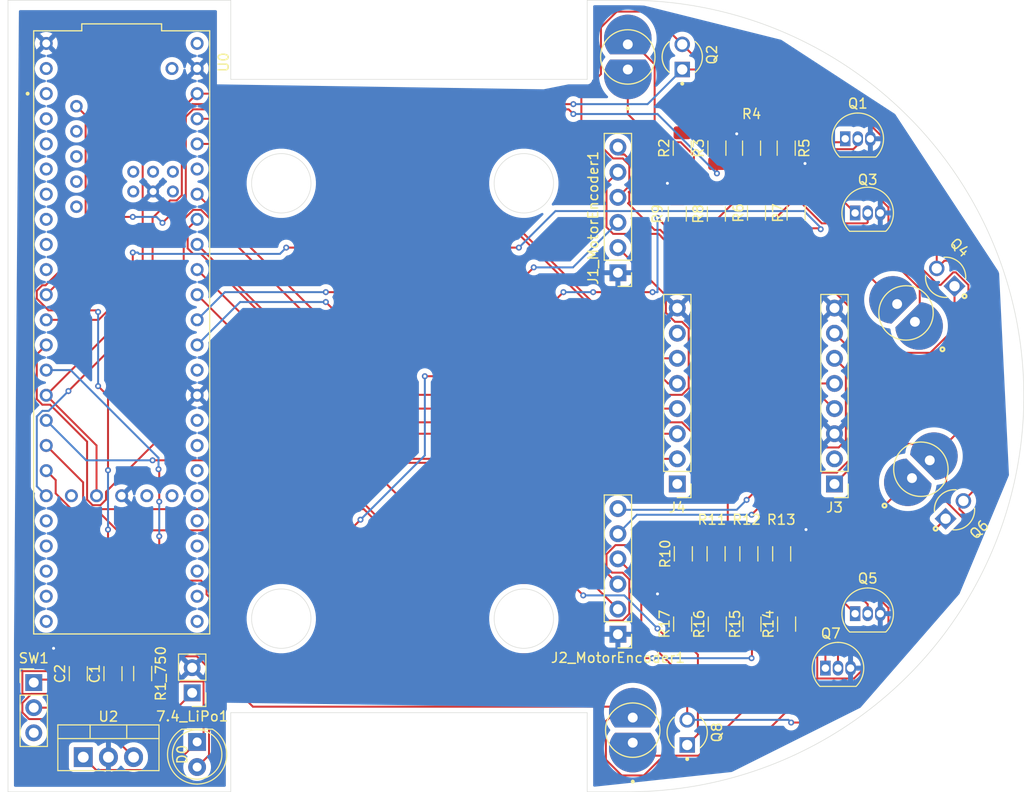
<source format=kicad_pcb>
(kicad_pcb (version 20241229) (generator "pcbnew") (generator_version "9.0")
  (layers (0 "F.Cu" signal) (2 "B.Cu" signal) (13 "F.Paste" user) (15 "B.Paste" user) (5 "F.SilkS" user "F.Silkscreen") (7 "B.SilkS" user "B.Silkscreen") (1 "F.Mask" user) (3 "B.Mask" user) (25 "Edge.Cuts" user))
  (net 0 "")
  (net 1 "GND")
  (net 2 "5V")
  (net 3 "Net-(D0-A)")
  (net 4 "Net-(D1-PadC)")
  (net 5 "Net-(D2-PadC)")
  (net 6 "Net-(D3-PadC)")
  (net 7 "Net-(D4-PadC)")
  (net 8 "Signal M1_B")
  (net 9 "M1_B")
  (net 10 "3.3V")
  (net 11 "M1_A")
  (net 12 "Signal M1_A")
  (net 13 "M2_A")
  (net 14 "Signal M2_A")
  (net 15 "M2_B")
  (net 16 "Signal M2_B")
  (net 18 "PWM M1_A")
  (net 20 "PWM M2_A")
  (net 22 "STBY")
  (net 23 "PWM M1_B")
  (net 24 "PWM M2_B")
  (net 25 "Net-(Q1-G)")
  (net 26 "Net-(Q1-D)")
  (net 27 "Receiver 1")
  (net 28 "Net-(Q3-D)")
  (net 29 "Net-(Q3-G)")
  (net 30 "Receiver 2")
  (net 31 "Net-(Q5-G)")
  (net 32 "Net-(Q5-D)")
  (net 33 "Receiver 3")
  (net 34 "Net-(Q7-G)")
  (net 35 "Net-(Q7-D)")
  (net 36 "Receiver 4")
  (net 37 "Net-(SW1-A)")
  (net 38 "Emitter 1")
  (net 39 "Emitter 2")
  (net 40 "Emitter 3")
  (net 41 "Emitter 4")
  (net 82 "Net-(7.4_LiPo1-+)")
  (net 83 "7.4V")
  (footprint "Resistor_SMD:R_1206_3216Metric_Pad1.30x1.75mm_HandSolder" (layer "F.Cu") (at 104 42.6 90)
    (property "Reference" "R9")
    (property "Value" "R_US")
  )
  (footprint "Connector_PinHeader_2.54mm:PinHeader_1x06_P2.54mm_Vertical" (layer "F.Cu") (at 98 85.08 180)
    (property "Reference" "J2_MotorEncoder1")
    (property "Value" "Conn_01x06")
  )
  (footprint "SFH_4545:DIO_SFH_4545" (layer "F.Cu") (at 99 26.73 90)
    (property "Reference" "D1" (hide yes))
    (property "Value" "SFH_4545")
  )
  (footprint "SFH_4545:DIO_SFH_4545" (layer "F.Cu") (at 127.101974 52.601974 135)
    (property "Reference" "D2" (hide yes))
    (property "Value" "SFH_4545")
  )
  (footprint "Capacitor_SMD:C_1206_3216Metric_Pad1.33x1.80mm_HandSolder" (layer "F.Cu") (at 47 89.0625 90)
    (property "Reference" "C1")
    (property "Value" "C 0.22uF")
  )
  (footprint "Resistor_SMD:R_1206_3216Metric_Pad1.30x1.75mm_HandSolder" (layer "F.Cu") (at 107.95 42.6 90)
    (property "Reference" "R8")
    (property "Value" "R_US")
  )
  (footprint "SFH_4545:DIO_SFH_4545" (layer "F.Cu") (at 99.5 94.77 90)
    (property "Reference" "D4" (hide yes))
    (property "Value" "SFH_4545")
  )
  (footprint "Resistor_SMD:R_1206_3216Metric_Pad1.30x1.75mm_HandSolder" (layer "F.Cu") (at 50 89.05 -90)
    (property "Reference" "R1_750")
    (property "Value" "R_US")
  )
  (footprint "Resistor_SMD:R_1206_3216Metric_Pad1.30x1.75mm_HandSolder" (layer "F.Cu") (at 111.5 35.95 90)
    (property "Reference" "R4")
    (property "Value" "R_US")
  )
  (footprint "Package_TO_SOT_THT:TO-92_Inline" (layer "F.Cu") (at 121.96 42.5)
    (property "Reference" "Q3")
    (property "Value" "BS170")
  )
  (footprint "Connector_PinHeader_2.54mm:PinHeader_1x08_P2.54mm_Vertical" (layer "F.Cu") (at 119.875 69.89 180)
    (property "Reference" "J3")
    (property "Value" "Conn_01x08")
  )
  (footprint "Resistor_SMD:R_1206_3216Metric_Pad1.30x1.75mm_HandSolder" (layer "F.Cu") (at 112 42.5 90)
    (property "Reference" "R6")
    (property "Value" "R_US")
  )
  (footprint "Package_TO_SOT_THT:TO-92_Inline" (layer "F.Cu") (at 118.96 88.5)
    (property "Reference" "Q7")
    (property "Value" "BS170")
  )
  (footprint "Resistor_SMD:R_1206_3216Metric_Pad1.30x1.75mm_HandSolder" (layer "F.Cu") (at 108.04 84.05 90)
    (property "Reference" "R16")
    (property "Value" "R_US")
  )
  (footprint "Package_TO_SOT_THT:TO-92_Inline" (layer "F.Cu") (at 121.96 83)
    (property "Reference" "Q5")
    (property "Value" "BS170")
  )
  (footprint "Resistor_SMD:R_1206_3216Metric_Pad1.30x1.75mm_HandSolder" (layer "F.Cu") (at 111.54 84.05 90)
    (property "Reference" "R15")
    (property "Value" "R_US")
  )
  (footprint "TEFT4300:XDCR_TEFT4300" (layer "F.Cu") (at 105 95 90)
    (property "Reference" "Q8")
    (property "Value" "TEFT4300")
  )
  (footprint "Package_TO_SOT_THT:TO-220-3_Vertical" (layer "F.Cu") (at 44 97.5)
    (property "Reference" "U2")
    (property "Value" "L7805")
  )
  (footprint "Resistor_SMD:R_1206_3216Metric_Pad1.30x1.75mm_HandSolder" (layer "F.Cu") (at 115 35.95 -90)
    (property "Reference" "R5")
    (property "Value" "R_US")
  )
  (footprint "Connector_PinHeader_2.54mm:PinHeader_1x06_P2.54mm_Vertical" (layer "F.Cu") (at 98 48.54 180)
    (property "Reference" "J1_MotorEncoder1")
    (property "Value" "Conn_01x06")
  )
  (footprint "Resistor_SMD:R_1206_3216Metric_Pad1.30x1.75mm_HandSolder" (layer "F.Cu") (at 111.23 76.95 90)
    (property "Reference" "R12")
    (property "Value" "R_US")
  )
  (footprint "Resistor_SMD:R_1206_3216Metric_Pad1.30x1.75mm_HandSolder" (layer "F.Cu") (at 115.04 84.05 90)
    (property "Reference" "R14")
    (property "Value" "R_US")
  )
  (footprint "LED_THT:LED_D5.0mm" (layer "F.Cu") (at 55.5 95.96 -90)
    (property "Reference" "D0")
    (property "Value" "LED")
  )
  (footprint "SFH_4545:DIO_SFH_4545" (layer "F.Cu") (at 128.601974 68.398026 45)
    (property "Reference" "D3" (hide yes))
    (property "Value" "SFH_4545")
  )
  (footprint "Package_TO_SOT_THT:TO-92_Inline" (layer "F.Cu") (at 120.96 35)
    (property "Reference" "Q1")
    (property "Value" "BS170")
  )
  (footprint "Resistor_SMD:R_1206_3216Metric_Pad1.30x1.75mm_HandSolder" (layer "F.Cu") (at 104.61 76.95 90)
    (property "Reference" "R10")
    (property "Value" "R_US")
  )
  (footprint "Resistor_SMD:R_1206_3216Metric_Pad1.30x1.75mm_HandSolder" (layer "F.Cu") (at 114.54 76.95 90)
    (property "Reference" "R13")
    (property "Value" "R_US")
  )
  (footprint "Connector_PinHeader_2.54mm:PinHeader_1x03_P2.54mm_Vertical" (layer "F.Cu") (at 39 89.96)
    (property "Reference" "SW1")
    (property "Value" "SW_SPDT")
  )
  (footprint "Connector_PinHeader_2.54mm:PinHeader_1x02_P2.54mm_Vertical" (layer "F.Cu") (at 55 91 180)
    (property "Reference" "7.4_LiPo1")
    (property "Value" "Battery")
  )
  (footprint "Resistor_SMD:R_1206_3216Metric_Pad1.30x1.75mm_HandSolder" (layer "F.Cu") (at 108 35.95 90)
    (property "Reference" "R3")
    (property "Value" "R_US")
  )
  (footprint "TEFT4300:XDCR_TEFT4300" (layer "F.Cu") (at 131.101974 49 135)
    (property "Reference" "Q4")
    (property "Value" "TEFT4300")
  )
  (footprint "Capacitor_SMD:C_1206_3216Metric_Pad1.33x1.80mm_HandSolder" (layer "F.Cu") (at 43.5 89.0625 90)
    (property "Reference" "C2")
    (property "Value" "C 0.1uF")
  )
  (footprint "DEV-16771:MODULE_DEV-16771" (layer "F.Cu") (at 47.88 54.57 -90)
    (property "Reference" "U0")
    (property "Value" "Teensy 4.1")
  )
  (footprint "TEFT4300:XDCR_TEFT4300" (layer "F.Cu") (at 104.5 26.73 90)
    (property "Reference" "Q2")
    (property "Value" "TEFT4300")
  )
  (footprint "Resistor_SMD:R_1206_3216Metric_Pad1.30x1.75mm_HandSolder" (layer "F.Cu") (at 116 42.5 90)
    (property "Reference" "R7")
    (property "Value" "R_US")
  )
  (footprint "Connector_PinHeader_2.54mm:PinHeader_1x08_P2.54mm_Vertical" (layer "F.Cu") (at 104 69.89 180)
    (property "Reference" "J4")
    (property "Value" "Conn_01x08")
  )
  (footprint "Resistor_SMD:R_1206_3216Metric_Pad1.30x1.75mm_HandSolder" (layer "F.Cu") (at 104.5 35.95 90)
    (property "Reference" "R2")
    (property "Value" "R_US")
  )
  (footprint "Resistor_SMD:R_1206_3216Metric_Pad1.30x1.75mm_HandSolder" (layer "F.Cu") (at 107.92 76.95 90)
    (property "Reference" "R11")
    (property "Value" "R_US")
  )
  (footprint "TEFT4300:XDCR_TEFT4300" (layer "F.Cu") (at 132 72.5 45)
    (property "Reference" "Q6")
    (property "Value" "TEFT4300")
  )
  (footprint "Resistor_SMD:R_1206_3216Metric_Pad1.30x1.75mm_HandSolder" (layer "F.Cu") (at 104.54 84.05 90)
    (property "Reference" "R17")
    (property "Value" "R_US")
  )
  (gr_line (start 58.9 101) (end 58.9 93) (stroke (width 0.05)) (layer "Edge.Cuts"))
  (gr_line (start 94.9 21) (end 99 21) (stroke (width 0.05)) (layer "Edge.Cuts"))
  (gr_line (start 58.9 29) (end 94.9 29) (stroke (width 0.05)) (layer "Edge.Cuts"))
  (gr_line (start 36.4 21) (end 36.4 101) (stroke (width 0.05)) (layer "Edge.Cuts"))
  (gr_circle (center 64 39.5) (end 67 39.5) (stroke (width 0.05)) (fill no) (layer "Edge.Cuts"))
  (gr_circle (center 88.5 83.5) (end 91.5 83.5) (stroke (width 0.05)) (fill no) (layer "Edge.Cuts"))
  (gr_circle (center 88.5 39.5) (end 91.5 39.5) (stroke (width 0.05)) (fill no) (layer "Edge.Cuts"))
  (gr_line (start 94.9 101) (end 99 101) (stroke (width 0.05)) (layer "Edge.Cuts"))
  (gr_line (start 94.9 93) (end 94.9 101) (stroke (width 0.05)) (layer "Edge.Cuts"))
  (gr_line (start 36.4 21) (end 58.9 21) (stroke (width 0.05)) (layer "Edge.Cuts"))
  (gr_line (start 36.4 101) (end 58.9 101) (stroke (width 0.05)) (layer "Edge.Cuts"))
  (gr_line (start 58.9 21) (end 58.9 29) (stroke (width 0.05)) (layer "Edge.Cuts"))
  (gr_circle (center 64 83.5) (end 67 83.5) (stroke (width 0.05)) (fill no) (layer "Edge.Cuts"))
  (gr_line (start 58.9 93) (end 94.9 93) (stroke (width 0.05)) (layer "Edge.Cuts"))
  (gr_line (start 94.9 29) (end 94.9 21) (stroke (width 0.05)) (layer "Edge.Cuts"))
  (gr_arc (start 99 21) (mid 139 61) (end 99 101) (stroke (width 0.05)) (layer "Edge.Cuts"))
  (segment (start 108.04 82.5) (end 104.54 82.5) (width 0.2) (layer "F.Cu") (net 1))
  (segment (start 42 87.5) (end 41 86.5) (width 0.2) (layer "F.Cu") (net 1))
  (segment (start 104 40.5) (end 103 39.5) (width 0.2) (layer "F.Cu") (net 1))
  (segment (start 107.95 41.05) (end 104 41.05) (width 0.2) (layer "F.Cu") (net 1))
  (segment (start 114.54 75.4) (end 116.1 75.4) (width 0.2) (layer "F.Cu") (net 1))
  (segment (start 115 37.5) (end 116.899 37.5) (width 0.2) (layer "F.Cu") (net 1))
  (segment (start 43.5 87.5) (end 42 87.5) (width 0.2) (layer "F.Cu") (net 1))
  (segment (start 110.1 34.4) (end 110 34.5) (width 0.2) (layer "F.Cu") (net 1))
  (segment (start 104.54 82.5) (end 103.5 82.5) (width 0.2) (layer "F.Cu") (net 1))
  (segment (start 47 87.5) (end 43.5 87.5) (width 0.2) (layer "F.Cu") (net 1))
  (segment (start 103.5 82.5) (end 102 81) (width 0.2) (layer "F.Cu") (net 1))
  (segment (start 104 41.05) (end 104 40.5) (width 0.2) (layer "F.Cu") (net 1))
  (segment (start 111.5 34.4) (end 110.1 34.4) (width 0.2) (layer "F.Cu") (net 1))
  (segment (start 123.5 35.12314) (end 123.5 35) (width 0.2) (layer "F.Cu") (net 1))
  (segment (start 111.23 75.4) (end 114.54 75.4) (width 0.2) (layer "F.Cu") (net 1))
  (segment (start 116.1 75.4) (end 117 74.5) (width 0.2) (layer "F.Cu") (net 1))
  (via (at 117 74.5) (size 0.6) (drill 0.3) (layers "F.Cu" "B.Cu") (net 1))
  (via (at 41 86.5) (size 0.6) (drill 0.3) (layers "F.Cu" "B.Cu") (net 1))
  (via (at 102 81) (size 0.6) (drill 0.3) (layers "F.Cu" "B.Cu") (net 1))
  (via (at 103 39.5) (size 0.6) (drill 0.3) (layers "F.Cu" "B.Cu") (net 1))
  (via (at 110 34.5) (size 0.6) (drill 0.3) (layers "F.Cu" "B.Cu") (net 1))
  (via (at 116.899 37.5) (size 0.6) (drill 0.3) (layers "F.Cu" "B.Cu") (net 1))
  (segment (start 45.231 93.651) (end 49.08 97.5) (width 0.2) (layer "F.Cu") (net 2))
  (segment (start 48.824 87.676) (end 47.691 88.809) (width 0.2) (layer "F.Cu") (net 2))
  (segment (start 133.404087 63.595913) (end 133.404087 49.773347) (width 0.2) (layer "F.Cu") (net 2))
  (segment (start 106.774 44.78516) (end 107.98884 46) (width 0.2) (layer "F.Cu") (net 2))
  (segment (start 130.595913 49.773347) (end 130.346555 49.773347) (width 0.2) (layer "F.Cu") (net 2))
  (segment (start 97.16103 93.5) (end 96.7885 93.87253) (width 0.2) (layer "F.Cu") (net 2))
  (segment (start 45.5 60) (end 46.5 61) (width 0.2) (layer "F.Cu") (net 2))
  (segment (start 129.296052 67.703948) (end 133.404087 63.595913) (width 0.2) (layer "F.Cu") (net 2))
  (segment (start 43.014 91.111) (end 43.5 90.625) (width 0.2) (layer "F.Cu") (net 2))
  (segment (start 61.13386 92.399) (end 55.28386 86.549) (width 0.2) (layer "F.Cu") (net 2))
  (segment (start 98.399 92.399) (end 61.13386 92.399) (width 0.2) (layer "F.Cu") (net 2))
  (segment (start 43.31 31.71) (end 44.24 32.64) (width 0.2) (layer "F.Cu") (net 2))
  (segment (start 117.9679 89.952) (end 122.00824 89.952) (width 0.2) (layer "F.Cu") (net 2))
  (segment (start 107.13884 39.598) (end 105.676 38.13516) (width 0.2) (layer "F.Cu") (net 2))
  (segment (start 131.875321 48.493939) (end 130.595913 49.773347) (width 0.2) (layer "F.Cu") (net 2))
  (segment (start 48.824 86.86484) (end 48.824 87.676) (width 0.2) (layer "F.Cu") (net 2))
  (segment (start 46.5 61) (end 46.5 68.5) (width 0.2) (layer "F.Cu") (net 2))
  (segment (start 133.404087 49.773347) (end 132.124679 48.493939) (width 0.2) (layer "F.Cu") (net 2))
  (segment (start 100.61803 99.351498) (end 102.2115 97.758028) (width 0.2) (layer "F.Cu") (net 2))
  (segment (start 120.5 46) (end 126.203948 51.703948) (width 0.2) (layer "F.Cu") (net 2))
  (segment (start 122.99114 39.598) (end 111.54084 39.598) (width 0.2) (layer "F.Cu") (net 2))
  (segment (start 132.98012 73.48012) (end 131 75.46024) (width 0.2) (layer "F.Cu") (net 2))
  (segment (start 46.5 74.5) (end 46.5 84) (width 0.2) (layer "F.Cu") (net 2))
  (segment (start 46.5 84) (end 49.09442 86.59442) (width 0.2) (layer "F.Cu") (net 2))
  (segment (start 125.727 86.23324) (end 125.727 84.273) (width 0.2) (layer "F.Cu") (net 2))
  (segment (start 55.28386 86.549) (end 49.13984 86.549) (width 0.2) (layer "F.Cu") (net 2))
  (segment (start 131 75.46024) (end 131 79) (width 0.2) (layer "F.Cu") (net 2))
  (segment (start 110.161872 97.758028) (end 117.9679 89.952) (width 0.2) (layer "F.Cu") (net 2))
  (segment (start 45.5 52.5) (end 45.345 52.345) (width 0.2) (layer "F.Cu") (net 2))
  (segment (start 127.846098 65.846098) (end 129.5 67.5) (width 0.2) (layer "F.Cu") (net 2))
  (segment (start 107.08984 43.199) (end 106.774 43.51484) (width 0.2) (layer "F.Cu") (net 2))
  (segment (start 37.849 92.97676) (end 38.52324 93.651) (width 0.2) (layer "F.Cu") (net 2))
  (segment (start 107.93984 43.199) (end 107.08984 43.199) (width 0.2) (layer "F.Cu") (net 2))
  (segment (start 129.092104 67.5) (end 129.296052 67.703948) (width 0.2) (layer "F.Cu") (net 2))
  (segment (start 129.5 67.5) (end 131.153902 69.153902) (width 0.2) (layer "F.Cu") (net 2))
  (segment (start 99.5 93.5) (end 98.399 92.399) (width 0.2) (layer "F.Cu") (net 2))
  (segment (start 37.849 88.809) (end 37.849 91.111) (width 0.2) (layer "F.Cu") (net 2))
  (segment (start 39.864426 49.805) (end 39.305 50.364426) (width 0.2) (layer "F.Cu") (net 2))
  (segment (start 38.52324 93.651) (end 45.231 93.651) (width 0.2) (layer "F.Cu") (net 2))
  (segment (start 125.727 84.273) (end 131 79) (width 0.2) (layer "F.Cu") (net 2))
  (segment (start 125.326 44.752792) (end 125.326 41.93286) (width 0.2) (layer "F.Cu") (net 2))
  (segment (start 99.690526 25.46) (end 99 25.46) (width 0.2) (layer "F.Cu") (net 2))
  (segment (start 130.346555 49.773347) (end 125.326 44.752792) (width 0.2) (layer "F.Cu") (net 2))
  (segment (start 105.676 38.13516) (end 105.676 36.676) (width 0.2) (layer "F.Cu") (net 2))
  (segment (start 38.76124 91.111) (end 37.849 92.02324) (width 0.2) (layer "F.Cu") (net 2))
  (segment (start 39.305 50.364426) (end 39.305 51.155574) (width 0.2) (layer "F.Cu") (net 2))
  (segment (start 106.774 43.51484) (end 106.774 44.78516) (width 0.2) (layer "F.Cu") (net 2))
  (segment (start 49.13984 86.549) (end 49.09442 86.59442) (width 0.2) (layer "F.Cu") (net 2))
  (segment (start 102.2115 97.758028) (end 110.161872 97.758028) (width 0.2) (layer "F.Cu") (net 2))
  (segment (start 37.849 91.111) (end 43.014 91.111) (width 0.2) (layer "F.Cu") (net 2))
  (segment (start 44.24 32.64) (end 44.24 45.76) (width 0.2) (layer "F.Cu") (net 2))
  (segment (start 105.676 36.676) (end 104.351 35.351) (width 0.2) (layer "F.Cu") (net 2))
  (segment (start 132.124679 48.493939) (end 131.875321 48.493939) (width 0.2) (layer "F.Cu") (net 2))
  (segment (start 96.7885 97.758028) (end 98.38197 99.351498) (width 0.2) (layer "F.Cu") (net 2))
  (segment (start 98.38197 99.351498) (end 100.61803 99.351498) (width 0.2) (layer "F.Cu") (net 2))
  (segment (start 96.7885 93.87253) (end 96.7885 97.758028) (width 0.2) (layer "F.Cu") (net 2))
  (segment (start 43.014 91.111) (end 38.76124 91.111) (width 0.2) (layer "F.Cu") (net 2))
  (segment (start 123.918902 65.846098) (end 127.846098 65.846098) (width 0.2) (layer "F.Cu") (net 2))
  (segment (start 104.351 35.351) (end 103.63984 35.351) (width 0.2) (layer "F.Cu") (net 2))
  (segment (start 111.54084 39.598) (end 107.13884 39.598) (width 0.2) (layer "F.Cu") (net 2))
  (segment (start 37.849 92.02324) (end 37.849 92.97676) (width 0.2) (layer "F.Cu") (net 2))
  (segment (start 99.5 93.5) (end 97.16103 93.5) (width 0.2) (layer "F.Cu") (net 2))
  (segment (start 44.24 45.76) (end 40.195 49.805) (width 0.2) (layer "F.Cu") (net 2))
  (segment (start 107.98884 46) (end 120.5 46) (width 0.2) (layer "F.Cu") (net 2))
  (segment (start 103.63984 35.351) (end 101.7115 33.42266) (width 0.2) (layer "F.Cu") (net 2))
  (segment (start 101.7115 33.42266) (end 101.7115 27.480974) (width 0.2) (layer "F.Cu") (net 2))
  (segment (start 49.09442 86.59442) (end 48.824 86.86484) (width 0.2) (layer "F.Cu") (net 2))
  (segment (start 119.875 69.89) (end 123.918902 65.846098) (width 0.2) (layer "F.Cu") (net 2))
  (segment (start 39.305 51.155574) (end 40.494426 52.345) (width 0.2) (layer "F.Cu") (net 2))
  (segment (start 125.326 41.93286) (end 122.99114 39.598) (width 0.2) (layer "F.Cu") (net 2))
  (segment (start 129.62747 65.7885) (end 130 66.16103) (width 0.2) (layer "F.Cu") (net 2))
  (segment (start 40.195 49.805) (end 39.864426 49.805) (width 0.2) (layer "F.Cu") (net 2))
  (segment (start 40.494426 52.345) (end 45.345 52.345) (width 0.2) (layer "F.Cu") (net 2))
  (segment (start 101.7115 27.480974) (end 99.690526 25.46) (width 0.2) (layer "F.Cu") (net 2))
  (segment (start 111.54084 39.598) (end 107.93984 43.199) (width 0.2) (layer "F.Cu") (net 2))
  (segment (start 131.153902 71.653902) (end 132.98012 73.48012) (width 0.2) (layer "F.Cu") (net 2))
  (segment (start 122.00824 89.952) (end 125.727 86.23324) (width 0.2) (layer "F.Cu") (net 2))
  (segment (start 131.153902 69.153902) (end 131.153902 71.653902) (width 0.2) (layer "F.Cu") (net 2))
  (segment (start 47.691 88.809) (end 37.849 88.809) (width 0.2) (layer "F.Cu") (net 2))
  (via (at 45.5 52.5) (size 0.6) (drill 0.3) (layers "F.Cu" "B.Cu") (net 2))
  (via (at 46.5 68.5) (size 0.6) (drill 0.3) (layers "F.Cu" "B.Cu") (net 2))
  (via (at 46.5 74.5) (size 0.6) (drill 0.3) (layers "F.Cu" "B.Cu") (net 2))
  (via (at 45.5 60) (size 0.6) (drill 0.3) (layers "F.Cu" "B.Cu") (net 2))
  (segment (start 45.5 52.5) (end 45.5 60) (width 0.2) (layer "B.Cu") (net 2))
  (segment (start 98.399 92.399) (end 99.5 93.5) (width 0.2) (layer "B.Cu") (net 2))
  (segment (start 46.5 68.5) (end 46.5 74.5) (width 0.2) (layer "B.Cu") (net 2))
  (segment (start 53.291 87.309) (end 55.47676 87.309) (width 0.2) (layer "F.Cu") (net 3))
  (segment (start 50 90.6) (end 53.291 87.309) (width 0.2) (layer "F.Cu") (net 3))
  (segment (start 55.47676 87.309) (end 56.701 88.53324) (width 0.2) (layer "F.Cu") (net 3))
  (segment (start 56.701 97.299) (end 55.5 98.5) (width 0.2) (layer "F.Cu") (net 3))
  (segment (start 56.701 88.53324) (end 56.701 97.299) (width 0.2) (layer "F.Cu") (net 3))
  (segment (start 104 37.5) (end 104.5 37.5) (width 0.2) (layer "F.Cu") (net 4))
  (segment (start 99 32.5) (end 104 37.5) (width 0.2) (layer "F.Cu") (net 4))
  (segment (start 99 28) (end 99 32.5) (width 0.2) (layer "F.Cu") (net 4))
  (segment (start 123.834641 45.5) (end 113.45 45.5) (width 0.2) (layer "F.Cu") (net 5))
  (segment (start 113.45 45.5) (end 112 44.05) (width 0.2) (layer "F.Cu") (net 5))
  (segment (start 128 53.5) (end 128.488259 53.011741) (width 0.2) (layer "F.Cu") (net 5))
  (segment (start 128.488259 53.011741) (end 128.488259 50.153618) (width 0.2) (layer "F.Cu") (net 5))
  (segment (start 128.488259 50.153618) (end 123.834641 45.5) (width 0.2) (layer "F.Cu") (net 5))
  (segment (start 109.5 78.41884) (end 111.56784 76.351) (width 0.2) (layer "F.Cu") (net 6))
  (segment (start 111.56784 76.351) (end 120.649 76.351) (width 0.2) (layer "F.Cu") (net 6))
  (segment (start 105.61 79.5) (end 109.5 79.5) (width 0.2) (layer "F.Cu") (net 6))
  (segment (start 120.649 76.351) (end 127.46 69.54) (width 0.2) (layer "F.Cu") (net 6))
  (segment (start 104.61 78.5) (end 105.61 79.5) (width 0.2) (layer "F.Cu") (net 6))
  (segment (start 109.5 79.5) (end 109.5 78.41884) (width 0.2) (layer "F.Cu") (net 6))
  (segment (start 100.811 97.351) (end 106.149 97.351) (width 0.2) (layer "F.Cu") (net 7))
  (segment (start 99.5 96.04) (end 100.811 97.351) (width 0.2) (layer "F.Cu") (net 7))
  (segment (start 106.149 97.351) (end 115.04 88.46) (width 0.2) (layer "F.Cu") (net 7))
  (segment (start 115.04 88.46) (end 115.04 85.6) (width 0.2) (layer "F.Cu") (net 7))
  (segment (start 87 50.5) (end 89.5 48) (width 0.2) (layer "F.Cu") (net 8))
  (segment (start 68.5 50.5) (end 87 50.5) (width 0.2) (layer "F.Cu") (net 8))
  (via (at 89.5 48) (size 0.6) (drill 0.3) (layers "F.Cu" "B.Cu") (net 8))
  (via (at 68.5 50.5) (size 0.6) (drill 0.3) (layers "F.Cu" "B.Cu") (net 8))
  (segment (start 58.3 50.5) (end 68.5 50.5) (width 0.2) (layer "B.Cu") (net 8))
  (segment (start 93.46 48) (end 98 43.46) (width 0.2) (layer "B.Cu") (net 8))
  (segment (start 55.5 53.3) (end 58.3 50.5) (width 0.2) (layer "B.Cu") (net 8))
  (segment (start 89.5 48) (end 93.46 48) (width 0.2) (layer "B.Cu") (net 8))
  (segment (start 102.824 44.78516) (end 103.13984 45.101) (width 0.2) (layer "F.Cu") (net 9))
  (segment (start 99.552 37.4849) (end 99.552 39.9351) (width 0.2) (layer "F.Cu") (net 9))
  (segment (start 98 35.84) (end 98 36.59) (width 0.2) (layer "F.Cu") (net 9))
  (segment (start 102.824 44.7569) (end 102.824 44.78516) (width 0.2) (layer "F.Cu") (net 9))
  (segment (start 99.552 39.9351) (end 99.09743 40.38967) (width 0.2) (layer "F.Cu") (net 9))
  (segment (start 101.71 44.21) (end 102.2771 44.21) (width 0.2) (layer "F.Cu") (net 9))
  (segment (start 99.151 40.44324) (end 99.151 41.39676) (width 0.2) (layer "F.Cu") (net 9))
  (segment (start 99.09743 40.38967) (end 99.151 40.44324) (width 0.2) (layer "F.Cu") (net 9))
  (segment (start 102.2771 44.21) (end 102.824 44.7569) (width 0.2) (layer "F.Cu") (net 9))
  (segment (start 103.13984 45.101) (end 103.601 45.101) (width 0.2) (layer "F.Cu") (net 9))
  (segment (start 98.6571 36.59) (end 99.552 37.4849) (width 0.2) (layer "F.Cu") (net 9))
  (segment (start 98 36.59) (end 98.6571 36.59) (width 0.2) (layer "F.Cu") (net 9))
  (segment (start 118.23 59.73) (end 119.875 59.73) (width 0.2) (layer "F.Cu") (net 9))
  (segment (start 99.151 41.39676) (end 99.02388 41.52388) (width 0.2) (layer "F.Cu") (net 9))
  (segment (start 103.601 45.101) (end 118.23 59.73) (width 0.2) (layer "F.Cu") (net 9))
  (segment (start 99.02388 41.52388) (end 101.71 44.21) (width 0.2) (layer "F.Cu") (net 9))
  (segment (start 130.983948 47.321974) (end 130.203948 48.101974) (width 0.2) (layer "F.Cu") (net 10))
  (segment (start 45.34 66) (end 45.34 71.08) (width 0.2) (layer "F.Cu") (net 10))
  (segment (start 131.519814 47.321974) (end 130.983948 47.321974) (width 0.2) (layer "F.Cu") (net 10))
  (segment (start 134.27 70.23) (end 132.898026 71.601974) (width 0.2) (layer "F.Cu") (net 10))
  (segment (start 132.5 78.904024) (end 132.5 74.52734) (width 0.2) (layer "F.Cu") (net 10))
  (segment (start 55.5 30.44) (end 50 35.94) (width 0.2) (layer "F.Cu") (net 10))
  (segment (start 133.38112 73.64622) (end 133.38112 73.31402) (width 0.2) (layer "F.Cu") (net 10))
  (segment (start 121.051024 90.353) (end 122.17434 90.353) (width 0.2) (layer "F.Cu") (net 10))
  (segment (start 122.17434 90.353) (end 126.128 86.39934) (width 0.2) (layer "F.Cu") (net 10))
  (segment (start 100.361 79.821) (end 100.361 85.139) (width 0.2) (layer "F.Cu") (net 10))
  (segment (start 105 89.778) (end 100.361 85.139) (width 0.2) (layer "F.Cu") (net 10))
  (segment (start 98 77.46) (end 100.361 79.821) (width 0.2) (layer "F.Cu") (net 10))
  (segment (start 96.2885 23.741972) (end 97.88197 22.148502) (width 0.2) (layer "F.Cu") (net 10))
  (segment (start 115.5 94) (end 117.404024 94) (width 0.2) (layer "F.Cu") (net 10))
  (segment (start 117.404024 94) (end 121.051024 90.353) (width 0.2) (layer "F.Cu") (net 10))
  (segment (start 130.203948 48.101974) (end 130.203948 40.310808) (width 0.2) (layer "F.Cu") (net 10))
  (segment (start 99.151 37.651) (end 98.491 36.991) (width 0.2) (layer "F.Cu") (net 10))
  (segment (start 132.5 74.52734) (end 133.38112 73.64622) (width 0.2) (layer "F.Cu") (net 10))
  (segment (start 133.38112 73.31402) (end 132.5 72.4329) (width 0.2) (layer "F.Cu") (net 10))
  (segment (start 94.309942 33.777702) (end 94.309942 30.44) (width 0.2) (layer "F.Cu") (net 10))
  (segment (start 101.188502 22.148502) (end 104.5 25.46) (width 0.2) (layer "F.Cu") (net 10))
  (segment (start 94.309942 30.44) (end 96.2885 28.461442) (width 0.2) (layer "F.Cu") (net 10))
  (segment (start 132.5 72) (end 132.898026 71.601974) (width 0.2) (layer "F.Cu") (net 10))
  (segment (start 106.04 27) (end 104.5 25.46) (width 0.2) (layer "F.Cu") (net 10))
  (segment (start 98 40.92) (end 99.151 39.769) (width 0.2) (layer "F.Cu") (net 10))
  (segment (start 105 93.73) (end 105 89.778) (width 0.2) (layer "F.Cu") (net 10))
  (segment (start 55.5 30.44) (end 94.309942 30.44) (width 0.2) (layer "F.Cu") (net 10))
  (segment (start 126.128 85.276024) (end 132.5 78.904024) (width 0.2) (layer "F.Cu") (net 10))
  (segment (start 50 51.18) (end 40.26 60.92) (width 0.2) (layer "F.Cu") (net 10))
  (segment (start 134.27 50.07216) (end 131.519814 47.321974) (width 0.2) (layer "F.Cu") (net 10))
  (segment (start 97.88197 22.148502) (end 101.188502 22.148502) (width 0.2) (layer "F.Cu") (net 10))
  (segment (start 98.491 36.991) (end 97.52324 36.991) (width 0.2) (layer "F.Cu") (net 10))
  (segment (start 96.2885 28.461442) (end 96.2885 23.741972) (width 0.2) (layer "F.Cu") (net 10))
  (segment (start 99.151 39.769) (end 99.151 37.651) (width 0.2) (layer "F.Cu") (net 10))
  (segment (start 130.203948 40.310808) (end 116.89314 27) (width 0.2) (layer "F.Cu") (net 10))
  (segment (start 126.128 86.39934) (end 126.128 85.276024) (width 0.2) (layer "F.Cu") (net 10))
  (segment (start 40.26 60.92) (end 45.34 66) (width 0.2) (layer "F.Cu") (net 10))
  (segment (start 132.5 72.4329) (end 132.5 72) (width 0.2) (layer "F.Cu") (net 10))
  (segment (start 116.89314 27) (end 106.04 27) (width 0.2) (layer "F.Cu") (net 10))
  (segment (start 50 35.94) (end 50 51.18) (width 0.2) (layer "F.Cu") (net 10))
  (segment (start 97.52324 36.991) (end 94.309942 33.777702) (width 0.2) (layer "F.Cu") (net 10))
  (segment (start 134.27 50.07216) (end 134.27 70.23) (width 0.2) (layer "F.Cu") (net 10))
  (via (at 115.5 94) (size 0.6) (drill 0.3) (layers "F.Cu" "B.Cu") (net 10))
  (segment (start 105 93.73) (end 115.23 93.73) (width 0.2) (layer "B.Cu") (net 10))
  (segment (start 115.23 93.73) (end 115.5 94) (width 0.2) (layer "B.Cu") (net 10))
  (segment (start 119.77 62.27) (end 119.875 62.27) (width 0.2) (layer "F.Cu") (net 11))
  (segment (start 98 38.38) (end 96.849 39.531) (width 0.2) (layer "F.Cu") (net 11))
  (segment (start 102.423 44.923) (end 102.423 44.95126) (width 0.2) (layer "F.Cu") (net 11))
  (segment (start 103.002 45.502) (end 119.77 62.27) (width 0.2) (layer "F.Cu") (net 11))
  (segment (start 102.111 44.611) (end 102.423 44.923) (width 0.2) (layer "F.Cu") (net 11))
  (segment (start 96.849 39.531) (end 96.849 43.93676) (width 0.2) (layer "F.Cu") (net 11))
  (segment (start 97.52324 44.611) (end 102.111 44.611) (width 0.2) (layer "F.Cu") (net 11))
  (segment (start 102.97374 45.502) (end 103.002 45.502) (width 0.2) (layer "F.Cu") (net 11))
  (segment (start 96.849 43.93676) (end 97.52324 44.611) (width 0.2) (layer "F.Cu") (net 11))
  (segment (start 102.423 44.95126) (end 102.97374 45.502) (width 0.2) (layer "F.Cu") (net 11))
  (segment (start 77.881 60.881) (end 68.5 51.5) (width 0.2) (layer "F.Cu") (net 12))
  (segment (start 105.151 60.20676) (end 104.47676 60.881) (width 0.2) (layer "F.Cu") (net 12))
  (segment (start 104.47676 53.499) (end 105.151 54.17324) (width 0.2) (layer "F.Cu") (net 12))
  (segment (start 104.47676 60.881) (end 77.881 60.881) (width 0.2) (layer "F.Cu") (net 12))
  (segment (start 102.849 50.849) (end 102.849 52.58676) (width 0.2) (layer "F.Cu") (net 12))
  (segment (start 102.849 52.58676) (end 103.76124 53.499) (width 0.2) (layer "F.Cu") (net 12))
  (segment (start 103.76124 53.499) (end 104.47676 53.499) (width 0.2) (layer "F.Cu") (net 12))
  (segment (start 98 46) (end 102.849 50.849) (width 0.2) (layer "F.Cu") (net 12))
  (segment (start 105.151 54.17324) (end 105.151 60.20676) (width 0.2) (layer "F.Cu") (net 12))
  (via (at 68.5 51.5) (size 0.6) (drill 0.3) (layers "F.Cu" "B.Cu") (net 12))
  (segment (start 59.84 51.5) (end 68.5 51.5) (width 0.2) (layer "B.Cu") (net 12))
  (segment (start 55.5 55.84) (end 59.84 51.5) (width 0.2) (layer "B.Cu") (net 12))
  (segment (start 120.11376 68.739) (end 115.761 68.739) (width 0.2) (layer "F.Cu") (net 13))
  (segment (start 121.427 56.202) (end 121.427 67.42576) (width 0.2) (layer "F.Cu") (net 13))
  (segment (start 115.761 68.739) (end 111.5 73) (width 0.2) (layer "F.Cu") (net 13))
  (segment (start 121.427 67.42576) (end 120.11376 68.739) (width 0.2) (layer "F.Cu") (net 13))
  (segment (start 119.875 54.65) (end 121.427 56.202) (width 0.2) (layer "F.Cu") (net 13))
  (via (at 111.5 73) (size 0.6) (drill 0.3) (layers "F.Cu" "B.Cu") (net 13))
  (segment (start 99.92 73) (end 111.5 73) (width 0.2) (layer "B.Cu") (net 13))
  (segment (start 98 74.92) (end 99.92 73) (width 0.2) (layer "B.Cu") (net 13))
  (segment (start 82.74 78) (end 55.5 50.76) (width 0.2) (layer "F.Cu") (net 14))
  (segment (start 93.46 78) (end 82.74 78) (width 0.2) (layer "F.Cu") (net 14))
  (segment (start 98 82.54) (end 93.46 78) (width 0.2) (layer "F.Cu") (net 14))
  (segment (start 121.026 58.341) (end 121.026 65.474) (width 0.2) (layer "F.Cu") (net 15))
  (segment (start 116.301 66.199) (end 111 71.5) (width 0.2) (layer "F.Cu") (net 15))
  (segment (start 120.301 66.199) (end 116.301 66.199) (width 0.2) (layer "F.Cu") (net 15))
  (segment (start 119.875 57.19) (end 121.026 58.341) (width 0.2) (layer "F.Cu") (net 15))
  (segment (start 111 71.5) (end 111.25 71.25) (width 0.2) (layer "F.Cu") (net 15))
  (segment (start 121.026 65.474) (end 120.301 66.199) (width 0.2) (layer "F.Cu") (net 15))
  (via (at 111 71.5) (size 0.6) (drill 0.3) (layers "F.Cu" "B.Cu") (net 15))
  (segment (start 110 72.5) (end 111 71.5) (width 0.2) (layer "B.Cu") (net 15))
  (segment (start 98.12 72.5) (end 110 72.5) (width 0.2) (layer "B.Cu") (net 15))
  (segment (start 98 72.38) (end 98.12 72.5) (width 0.2) (layer "B.Cu") (net 15))
  (segment (start 75.031 67.751) (end 85.751 67.751) (width 0.2) (layer "F.Cu") (net 16))
  (segment (start 55.5 48.22) (end 75.031 67.751) (width 0.2) (layer "F.Cu") (net 16))
  (segment (start 85.751 67.751) (end 98 80) (width 0.2) (layer "F.Cu") (net 16))
  (segment (start 104 64.81) (end 74.63 64.81) (width 0.2) (layer "F.Cu") (net 18))
  (segment (start 74.63 64.81) (end 55.5 45.68) (width 0.2) (layer "F.Cu") (net 18))
  (segment (start 103.070316 59.73) (end 104 59.73) (width 0.2) (layer "F.Cu") (net 20))
  (segment (start 55.5 35.52) (end 78.860316 35.52) (width 0.2) (layer "F.Cu") (net 20))
  (segment (start 78.860316 35.52) (end 103.070316 59.73) (width 0.2) (layer "F.Cu") (net 20))
  (segment (start 77.17 62.27) (end 55.5 40.6) (width 0.2) (layer "F.Cu") (net 22))
  (segment (start 104 62.27) (end 77.17 62.27) (width 0.2) (layer "F.Cu") (net 22))
  (segment (start 54.545 46.075574) (end 55.104426 46.635) (width 0.2) (layer "F.Cu") (net 23))
  (segment (start 55.104426 46.635) (end 55.8879 46.635) (width 0.2) (layer "F.Cu") (net 23))
  (segment (start 76.6029 67.35) (end 104 67.35) (width 0.2) (layer "F.Cu") (net 23))
  (segment (start 55.8879 46.635) (end 76.6029 67.35) (width 0.2) (layer "F.Cu") (net 23))
  (segment (start 54.545 44.095) (end 54.545 46.075574) (width 0.2) (layer "F.Cu") (net 23))
  (segment (start 55.5 43.14) (end 54.545 44.095) (width 0.2) (layer "F.Cu") (net 23))
  (segment (start 76.887416 32.98) (end 101.097416 57.19) (width 0.2) (layer "F.Cu") (net 24))
  (segment (start 101.097416 57.19) (end 104 57.19) (width 0.2) (layer "F.Cu") (net 24))
  (segment (start 55.5 32.98) (end 76.887416 32.98) (width 0.2) (layer "F.Cu") (net 24))
  (segment (start 111.5 37.5) (end 112.949 36.051) (width 0.2) (layer "F.Cu") (net 25))
  (segment (start 108 34.4) (end 108.4 34.4) (width 0.2) (layer "F.Cu") (net 25))
  (segment (start 122.23 35.607) (end 122.23 35) (width 0.2) (layer "F.Cu") (net 25))
  (segment (start 108.4 34.4) (end 111.5 37.5) (width 0.2) (layer "F.Cu") (net 25))
  (segment (start 112.949 36.051) (end 121.786 36.051) (width 0.2) (layer "F.Cu") (net 25))
  (segment (start 121.786 36.051) (end 122.23 35.607) (width 0.2) (layer "F.Cu") (net 25))
  (segment (start 113.824 34.824) (end 112.449 33.449) (width 0.2) (layer "F.Cu") (net 26))
  (segment (start 114.13984 35.351) (end 113.824 35.03516) (width 0.2) (layer "F.Cu") (net 26))
  (segment (start 120.96 35) (end 120.609 35.351) (width 0.2) (layer "F.Cu") (net 26))
  (segment (start 112.449 33.449) (end 105.451 33.449) (width 0.2) (layer "F.Cu") (net 26))
  (segment (start 120.609 35.351) (end 114.13984 35.351) (width 0.2) (layer "F.Cu") (net 26))
  (segment (start 113.824 35.03516) (end 113.824 34.824) (width 0.2) (layer "F.Cu") (net 26))
  (segment (start 105.451 33.449) (end 104.5 34.4) (width 0.2) (layer "F.Cu") (net 26))
  (segment (start 93.5 31.5) (end 55.0071 31.5) (width 0.2) (layer "F.Cu") (net 27))
  (segment (start 53.955 40.704864) (end 53.424864 41.235) (width 0.2) (layer "F.Cu") (net 27))
  (segment (start 104.5 28) (end 108.6 28) (width 0.2) (layer "F.Cu") (net 27))
  (segment (start 55.0071 31.5) (end 53.955 32.5521) (width 0.2) (layer "F.Cu") (net 27))
  (segment (start 108.6 28) (end 115 34.4) (width 0.2) (layer "F.Cu") (net 27))
  (segment (start 52.765 41.235) (end 51 43) (width 0.2) (layer "F.Cu") (net 27))
  (segment (start 53.955 32.5521) (end 53.955 40.704864) (width 0.2) (layer "F.Cu") (net 27))
  (segment (start 53.424864 41.235) (end 52.765 41.235) (width 0.2) (layer "F.Cu") (net 27))
  (segment (start 51 43) (end 51 52) (width 0.2) (layer "F.Cu") (net 27))
  (segment (start 51 52) (end 42.5 60.5) (width 0.2) (layer "F.Cu") (net 27))
  (via (at 93.5 31.5) (size 0.6) (drill 0.3) (layers "F.Cu" "B.Cu") (net 27))
  (via (at 42.5 60.5) (size 0.6) (drill 0.3) (layers "F.Cu" "B.Cu") (net 27))
  (segment (start 101 31.5) (end 93.5 31.5) (width 0.2) (layer "B.Cu") (net 27))
  (segment (start 39.864426 62.505) (end 39.305 63.064426) (width 0.2) (layer "B.Cu") (net 27))
  (segment (start 39.305 70.125) (end 40.26 71.08) (width 0.2) (layer "B.Cu") (net 27))
  (segment (start 40.495 62.505) (end 39.864426 62.505) (width 0.2) (layer "B.Cu") (net 27))
  (segment (start 42.5 60.5) (end 40.495 62.505) (width 0.2) (layer "B.Cu") (net 27))
  (segment (start 104.5 28) (end 101 31.5) (width 0.2) (layer "B.Cu") (net 27))
  (segment (start 39.305 63.064426) (end 39.305 70.125) (width 0.2) (layer "B.Cu") (net 27))
  (segment (start 119.459 39.999) (end 121.96 42.5) (width 0.2) (layer "F.Cu") (net 28))
  (segment (start 112 40.95) (end 112.951 39.999) (width 0.2) (layer "F.Cu") (net 28))
  (segment (start 112.951 39.999) (end 119.459 39.999) (width 0.2) (layer "F.Cu") (net 28))
  (segment (start 123.23 42.5) (end 123.23 43.45) (width 0.2) (layer "F.Cu") (net 29))
  (segment (start 123.23 43.45) (end 123.129 43.551) (width 0.2) (layer "F.Cu") (net 29))
  (segment (start 109.001 43.099) (end 113.851 43.099) (width 0.2) (layer "F.Cu") (net 29))
  (segment (start 123.129 43.551) (end 118.601 43.551) (width 0.2) (layer "F.Cu") (net 29))
  (segment (start 118.601 43.551) (end 116 40.95) (width 0.2) (layer "F.Cu") (net 29))
  (segment (start 113.851 43.099) (end 116 40.95) (width 0.2) (layer "F.Cu") (net 29))
  (segment (start 107.95 44.15) (end 109.001 43.099) (width 0.2) (layer "F.Cu") (net 29))
  (segment (start 72 73.5) (end 70.925 74.575) (width 0.2) (layer "F.Cu") (net 30))
  (segment (start 103.15 44.15) (end 102 43) (width 0.2) (layer "F.Cu") (net 30))
  (segment (start 41.215 70.845574) (end 41.215 69.495) (width 0.2) (layer "F.Cu") (net 30))
  (segment (start 84 59) (end 78.5 59) (width 0.2) (layer "F.Cu") (net 30))
  (segment (start 45.849943 73) (end 43.369426 73) (width 0.2) (layer "F.Cu") (net 30))
  (segment (start 132 54.183168) (end 129.55102 56.632148) (width 0.2) (layer "F.Cu") (net 30))
  (segment (start 92.5 50.5) (end 84 59) (width 0.2) (layer "F.Cu") (net 30))
  (segment (start 118.39276 49) (end 109.5671 49) (width 0.2) (layer "F.Cu") (net 30))
  (segment (start 43.369426 73) (end 41.215 70.845574) (width 0.2) (layer "F.Cu") (net 30))
  (segment (start 47.424943 74.575) (end 45.849943 73) (width 0.2) (layer "F.Cu") (net 30))
  (segment (start 132 49.898026) (end 132 54.183168) (width 0.2) (layer "F.Cu") (net 30))
  (segment (start 105.252 45.402) (end 104 44.15) (width 0.2) (layer "F.Cu") (net 30))
  (segment (start 129.55102 56.632148) (end 126.024908 56.632148) (width 0.2) (layer "F.Cu") (net 30))
  (segment (start 95.5 50.5) (end 101.5 50.5) (width 0.2) (layer "F.Cu") (net 30))
  (segment (start 105.9691 45.402) (end 105.252 45.402) (width 0.2) (layer "F.Cu") (net 30))
  (segment (start 126.024908 56.632148) (end 118.39276 49) (width 0.2) (layer "F.Cu") (net 30))
  (segment (start 109.5671 49) (end 105.9691 45.402) (width 0.2) (layer "F.Cu") (net 30))
  (segment (start 104 44.15) (end 103.15 44.15) (width 0.2) (layer "F.Cu") (net 30))
  (segment (start 70.925 74.575) (end 47.424943 74.575) (width 0.2) (layer "F.Cu") (net 30))
  (segment (start 41.215 69.495) (end 40.26 68.54) (width 0.2) (layer "F.Cu") (net 30))
  (via (at 92.5 50.5) (size 0.6) (drill 0.3) (layers "F.Cu" "B.Cu") (net 30))
  (via (at 101.5 50.5) (size 0.6) (drill 0.3) (layers "F.Cu" "B.Cu") (net 30))
  (via (at 78.5 59) (size 0.6) (drill 0.3) (layers "F.Cu" "B.Cu") (net 30))
  (via (at 72 73.5) (size 0.6) (drill 0.3) (layers "F.Cu" "B.Cu") (net 30))
  (via (at 102 43) (size 0.6) (drill 0.3) (layers "F.Cu" "B.Cu") (net 30))
  (via (at 95.5 50.5) (size 0.6) (drill 0.3) (layers "F.Cu" "B.Cu") (net 30))
  (segment (start 102 43) (end 102 50.5) (width 0.2) (layer "B.Cu") (net 30))
  (segment (start 78.5 59) (end 78.5 67) (width 0.2) (layer "B.Cu") (net 30))
  (segment (start 78.5 67) (end 72 73.5) (width 0.2) (layer "B.Cu") (net 30))
  (segment (start 102 50.5) (end 101.5 50.5) (width 0.2) (layer "B.Cu") (net 30))
  (segment (start 95.5 50.5) (end 92.5 50.5) (width 0.2) (layer "B.Cu") (net 30))
  (segment (start 103.74984 77.549) (end 103.434 77.86484) (width 0.2) (layer "F.Cu") (net 31))
  (segment (start 109.23 80.5) (end 111.23 78.5) (width 0.2) (layer "F.Cu") (net 31))
  (segment (start 104.79884 80.5) (end 109.23 80.5) (width 0.2) (layer "F.Cu") (net 31))
  (segment (start 103.434 77.86484) (end 103.434 79.13516) (width 0.2) (layer "F.Cu") (net 31))
  (segment (start 107.1429 75.4) (end 104.9939 77.549) (width 0.2) (layer "F.Cu") (net 31))
  (segment (start 123.23 82.05) (end 120.631 79.451) (width 0.2) (layer "F.Cu") (net 31))
  (segment (start 120.631 79.451) (end 112.181 79.451) (width 0.2) (layer "F.Cu") (net 31))
  (segment (start 123.23 83) (end 123.23 82.05) (width 0.2) (layer "F.Cu") (net 31))
  (segment (start 107.92 75.4) (end 107.1429 75.4) (width 0.2) (layer "F.Cu") (net 31))
  (segment (start 104.9939 77.549) (end 103.74984 77.549) (width 0.2) (layer "F.Cu") (net 31))
  (segment (start 112.181 79.451) (end 111.23 78.5) (width 0.2) (layer "F.Cu") (net 31))
  (segment (start 103.434 79.13516) (end 104.79884 80.5) (width 0.2) (layer "F.Cu") (net 31))
  (segment (start 121.96 83) (end 119.96 81) (width 0.2) (layer "F.Cu") (net 32))
  (segment (start 103.033 79.30126) (end 103.033 76.977) (width 0.2) (layer "F.Cu") (net 32))
  (segment (start 103.033 76.977) (end 104.61 75.4) (width 0.2) (layer "F.Cu") (net 32))
  (segment (start 119.96 81) (end 104.73174 81) (width 0.2) (layer "F.Cu") (net 32))
  (segment (start 104.73174 81) (end 103.033 79.30126) (width 0.2) (layer "F.Cu") (net 32))
  (segment (start 99.23564 76.071) (end 104.56564 81.401) (width 0.2) (layer "F.Cu") (net 33))
  (segment (start 97.76124 76.071) (end 99.23564 76.071) (width 0.2) (layer "F.Cu") (net 33))
  (segment (start 99.151 79.52324) (end 98.47676 78.849) (width 0.2) (layer "F.Cu") (net 33))
  (segment (start 99.151 83.01676) (end 99.151 79.52324) (width 0.2) (layer "F.Cu") (net 33))
  (segment (start 110.7561 83.451) (end 115.4239 83.451) (width 0.2) (layer "F.Cu") (net 33))
  (segment (start 125.326 82.43286) (end 121.39314 78.5) (width 0.2) (layer "F.Cu") (net 33))
  (segment (start 98.47676 78.849) (end 97.4161 78.849) (width 0.2) (layer "F.Cu") (net 33))
  (segment (start 108.4239 84.649) (end 107.17984 84.649) (width 0.2) (layer "F.Cu") (net 33))
  (segment (start 89.991584 87.101) (end 93.401584 83.691) (width 0.2) (layer "F.Cu") (net 33))
  (segment (start 72.343416 72.436) (end 87.008416 87.101) (width 0.2) (layer "F.Cu") (net 33))
  (segment (start 126 78.5) (end 131.101974 73.398026) (width 0.2) (layer "F.Cu") (net 33))
  (segment (start 98.47676 83.691) (end 99.151 83.01676) (width 0.2) (layer "F.Cu") (net 33))
  (segment (start 109.0561 81.401) (end 110.364 82.7089) (width 0.2) (layer "F.Cu") (net 33))
  (segment (start 109.216 84.9911) (end 110.7561 83.451) (width 0.2) (layer "F.Cu") (net 33))
  (segment (start 104.56564 81.401) (end 109.0561 81.401) (width 0.2) (layer "F.Cu") (net 33))
  (segment (start 107.17984 84.649) (end 106.864 84.96484) (width 0.2) (layer "F.Cu") (net 33))
  (segment (start 110.364 82.7089) (end 108.4239 84.649) (width 0.2) (layer "F.Cu") (net 33))
  (segment (start 107.17984 86.551) (end 108.90016 86.551) (width 0.2) (layer "F.Cu") (net 33))
  (segment (start 118.134 86.1611) (end 118.134 89.551) (width 0.2) (layer "F.Cu") (net 33))
  (segment (start 106.864 86.23516) (end 107.17984 86.551) (width 0.2) (layer "F.Cu") (net 33))
  (segment (start 43.984 69.724) (end 43.984 71.641674) (width 0.2) (layer "F.Cu") (net 33))
  (segment (start 40.26 66) (end 43.984 69.724) (width 0.2) (layer "F.Cu") (net 33))
  (segment (start 87.008416 87.101) (end 89.991584 87.101) (width 0.2) (layer "F.Cu") (net 33))
  (segment (start 43.984 71.641674) (end 44.778326 72.436) (width 0.2) (layer "F.Cu") (net 33))
  (segment (start 125.326 86.06714) (end 125.326 82.43286) (width 0.2) (layer "F.Cu") (net 33))
  (segment (start 109.216 86.23516) (end 109.216 84.9911) (width 0.2) (layer "F.Cu") (net 33))
  (segment (start 96.849 76.98324) (end 97.76124 76.071) (width 0.2) (layer "F.Cu") (net 33))
  (segment (start 96.849 78.2819) (end 96.849 76.98324) (width 0.2) (layer "F.Cu") (net 33))
  (segment (start 115.4239 83.451) (end 118.134 86.1611) (width 0.2) (layer "F.Cu") (net 33))
  (segment (start 118.134 89.551) (end 121.84214 89.551) (width 0.2) (layer "F.Cu") (net 33))
  (segment (start 121.84214 89.551) (end 125.326 86.06714) (width 0.2) (layer "F.Cu") (net 33))
  (segment (start 93.401584 83.691) (end 98.47676 83.691) (width 0.2) (layer "F.Cu") (net 33))
  (segment (start 44.778326 72.436) (end 72.343416 72.436) (width 0.2) (layer "F.Cu") (net 33))
  (segment (start 114.54 78.5) (end 126 78.5) (width 0.2) (layer "F.Cu") (net 33))
  (segment (start 97.4161 78.849) (end 96.849 78.2819) (width 0.2) (layer "F.Cu") (net 33))
  (segment (start 106.864 84.96484) (end 106.864 86.23516) (width 0.2) (layer "F.Cu") (net 33))
  (segment (start 108.90016 86.551) (end 109.216 86.23516) (width 0.2) (layer "F.Cu") (net 33))
  (segment (start 121.39314 78.5) (end 114.54 78.5) (width 0.2) (layer "F.Cu") (net 33))
  (segment (start 120.23 88.5) (end 120.23 85.87884) (width 0.2) (layer "F.Cu") (net 34))
  (segment (start 111.14 82.5) (end 108.04 85.6) (width 0.2) (layer "F.Cu") (net 34))
  (segment (start 111.54 82.5) (end 111.14 82.5) (width 0.2) (layer "F.Cu") (net 34))
  (segment (start 115.90016 81.549) (end 112.491 81.549) (width 0.2) (layer "F.Cu") (net 34))
  (segment (start 120.23 85.87884) (end 115.90016 81.549) (width 0.2) (layer "F.Cu") (net 34))
  (segment (start 112.491 81.549) (end 111.54 82.5) (width 0.2) (layer "F.Cu") (net 34))
  (segment (start 118.96 88.5) (end 118.96 86.42) (width 0.2) (layer "F.Cu") (net 35))
  (segment (start 118.96 86.42) (end 115.04 82.5) (width 0.2) (layer "F.Cu") (net 35))
  (segment (start 67.974516 67.5) (end 51 67.5) (width 0.2) (layer "F.Cu") (net 36))
  (segment (start 103.1 85.6) (end 102 84.5) (width 0.2) (layer "F.Cu") (net 36))
  (segment (start 104.54 85.6) (end 103.1 85.6) (width 0.2) (layer "F.Cu") (net 36))
  (segment (start 105 96.27) (end 106.081 95.189) (width 0.2) (layer "F.Cu") (net 36))
  (segment (start 94.5 81.151) (end 93.248 79.899) (width 0.2) (layer "F.Cu") (net 36))
  (segment (start 106.081 87.141) (end 104.54 85.6) (width 0.2) (layer "F.Cu") (net 36))
  (segment (start 80.373516 79.899) (end 67.974516 67.5) (width 0.2) (layer "F.Cu") (net 36))
  (segment (start 106.081 95.189) (end 106.081 87.141) (width 0.2) (layer "F.Cu") (net 36))
  (segment (start 93.248 79.899) (end 80.373516 79.899) (width 0.2) (layer "F.Cu") (net 36))
  (via (at 94.5 81.151) (size 0.6) (drill 0.3) (layers "F.Cu" "B.Cu") (net 36))
  (via (at 102 84.5) (size 0.6) (drill 0.3) (layers "F.Cu" "B.Cu") (net 36))
  (via (at 51 67.5) (size 0.6) (drill 0.3) (layers "F.Cu" "B.Cu") (net 36))
  (segment (start 44.3 67.5) (end 40.26 63.46) (width 0.2) (layer "B.Cu") (net 36))
  (segment (start 98.651 81.151) (end 94.5 81.151) (width 0.2) (layer "B.Cu") (net 36))
  (segment (start 102 84.5) (end 98.651 81.151) (width 0.2) (layer "B.Cu") (net 36))
  (segment (start 94.5 81.151) (end 94.349 81.151) (width 0.2) (layer "B.Cu") (net 36))
  (segment (start 51 67.5) (end 44.3 67.5) (width 0.2) (layer "B.Cu") (net 36))
  (segment (start 39 89.96) (end 39.2985 89.6615) (width 0.2) (layer "F.Cu") (net 37))
  (segment (start 39.2985 89.6615) (end 47.8385 89.6615) (width 0.2) (layer "F.Cu") (net 37))
  (segment (start 47.8385 89.6615) (end 50 87.5) (width 0.2) (layer "F.Cu") (net 37))
  (segment (start 48.121 42.899) (end 40.26 50.76) (width 0.2) (layer "F.Cu") (net 38))
  (segment (start 49 42.899) (end 48.121 42.899) (width 0.2) (layer "F.Cu") (net 38))
  (segment (start 108 37.5) (end 108 38.5) (width 0.2) (layer "F.Cu") (net 38))
  (segment (start 93.025 32.025) (end 55.104426 32.025) (width 0.2) (layer "F.Cu") (net 38))
  (segment (start 93.5 32.5) (end 93.025 32.025) (width 0.2) (layer "F.Cu") (net 38))
  (segment (start 54.356 41.144) (end 52 43.5) (width 0.2) (layer "F.Cu") (net 38))
  (segment (start 55.104426 32.025) (end 54.356 32.773426) (width 0.2) (layer "F.Cu") (net 38))
  (segment (start 54.356 32.773426) (end 54.356 41.144) (width 0.2) (layer "F.Cu") (net 38))
  (via (at 108 38.5) (size 0.6) (drill 0.3) (layers "F.Cu" "B.Cu") (net 38))
  (via (at 93.5 32.5) (size 0.6) (drill 0.3) (layers "F.Cu" "B.Cu") (net 38))
  (via (at 49 42.899) (size 0.6) (drill 0.3) (layers "F.Cu" "B.Cu") (net 38))
  (via (at 52 43.5) (size 0.6) (drill 0.3) (layers "F.Cu" "B.Cu") (net 38))
  (segment (start 102 32.5) (end 93.5 32.5) (width 0.2) (layer "B.Cu") (net 38))
  (segment (start 51.399 42.899) (end 49 42.899) (width 0.2) (layer "B.Cu") (net 38))
  (segment (start 52 43.5) (end 51.399 42.899) (width 0.2) (layer "B.Cu") (net 38))
  (segment (start 108 38.5) (end 102 32.5) (width 0.2) (layer "B.Cu") (net 38))
  (segment (start 88 46) (end 64.5 46) (width 0.2) (layer "F.Cu") (net 39))
  (segment (start 49 49.849943) (end 45.549943 53.3) (width 0.2) (layer "F.Cu") (net 39))
  (segment (start 118.392896 44.05) (end 116 44.05) (width 0.2) (layer "F.Cu") (net 39))
  (segment (start 118.481971 44.139075) (end 118.392896 44.05) (width 0.2) (layer "F.Cu") (net 39))
  (segment (start 45.549943 53.3) (end 40.26 53.3) (width 0.2) (layer "F.Cu") (net 39))
  (segment (start 49 46.5) (end 49 49.849943) (width 0.2) (layer "F.Cu") (net 39))
  (via (at 64.5 46) (size 0.6) (drill 0.3) (layers "F.Cu" "B.Cu") (net 39))
  (via (at 118.481971 44.139075) (size 0.6) (drill 0.3) (layers "F.Cu" "B.Cu") (net 39))
  (via (at 49 46.5) (size 0.6) (drill 0.3) (layers "F.Cu" "B.Cu") (net 39))
  (via (at 88 46) (size 0.6) (drill 0.3) (layers "F.Cu" "B.Cu") (net 39))
  (segment (start 118.481971 43.981971) (end 116.809 42.309) (width 0.2) (layer "B.Cu") (net 39))
  (segment (start 49 46.5) (end 49.5 46.5) (width 0.2) (layer "B.Cu") (net 39))
  (segment (start 118.481971 44.139075) (end 118.481971 43.981971) (width 0.2) (layer "B.Cu") (net 39))
  (segment (start 49.635 46.635) (end 63.865 46.635) (width 0.2) (layer "B.Cu") (net 39))
  (segment (start 49.5 46.5) (end 49.635 46.635) (width 0.2) (layer "B.Cu") (net 39))
  (segment (start 63.865 46.635) (end 64.5 46) (width 0.2) (layer "B.Cu") (net 39))
  (segment (start 116.809 42.309) (end 91.691 42.309) (width 0.2) (layer "B.Cu") (net 39))
  (segment (start 91.691 42.309) (end 88 46) (width 0.2) (layer "B.Cu") (net 39))
  (segment (start 44.944426 72.035) (end 44.385 71.475574) (width 0.2) (layer "F.Cu") (net 40))
  (segment (start 39.305 61.315574) (end 39.305 56.795) (width 0.2) (layer "F.Cu") (net 40))
  (segment (start 45.735574 72.035) (end 44.944426 72.035) (width 0.2) (layer "F.Cu") (net 40))
  (segment (start 46.295 71.475574) (end 45.735574 72.035) (width 0.2) (layer "F.Cu") (net 40))
  (segment (start 54.144 62.835426) (end 46.295 70.684426) (width 0.2) (layer "F.Cu") (net 40))
  (segment (start 107.92 78.5) (end 109.096 77.324) (width 0.2) (layer "F.Cu") (net 40))
  (segment (start 46.295 70.684426) (end 46.295 71.475574) (width 0.2) (layer "F.Cu") (net 40))
  (segment (start 54.144 43.145426) (end 54.144 62.835426) (width 0.2) (layer "F.Cu") (net 40))
  (segment (start 109.096 68.27824) (end 104.47676 63.659) (width 0.2) (layer "F.Cu") (net 40))
  (segment (start 39.864426 61.875) (end 39.305 61.315574) (width 0.2) (layer "F.Cu") (net 40))
  (segment (start 39.305 56.795) (end 40.26 55.84) (width 0.2) (layer "F.Cu") (net 40))
  (segment (start 55.104426 42.185) (end 54.144 43.145426) (width 0.2) (layer "F.Cu") (net 40))
  (segment (start 104.47676 63.659) (end 77.369574 63.659) (width 0.2) (layer "F.Cu") (net 40))
  (segment (start 44.385 71.475574) (end 44.385 65.6121) (width 0.2) (layer "F.Cu") (net 40))
  (segment (start 44.385 65.6121) (end 40.6479 61.875) (width 0.2) (layer "F.Cu") (net 40))
  (segment (start 77.369574 63.659) (end 55.895574 42.185) (width 0.2) (layer "F.Cu") (net 40))
  (segment (start 109.096 77.324) (end 109.096 68.27824) (width 0.2) (layer "F.Cu") (net 40))
  (segment (start 55.895574 42.185) (end 55.104426 42.185) (width 0.2) (layer "F.Cu") (net 40))
  (segment (start 40.6479 61.875) (end 39.864426 61.875) (width 0.2) (layer "F.Cu") (net 40))
  (segment (start 51.674265 75.175) (end 51.674265 76.674265) (width 0.2) (layer "F.Cu") (net 41))
  (segment (start 51.674265 76.674265) (end 54.655 79.655) (width 0.2) (layer "F.Cu") (net 41))
  (segment (start 55.895574 79.655) (end 56.455 80.214426) (width 0.2) (layer "F.Cu") (net 41))
  (segment (start 111.54 87.46) (end 111.5 87.5) (width 0.2) (layer "F.Cu") (net 41))
  (segment (start 54.655 79.655) (end 55.895574 79.655) (width 0.2) (layer "F.Cu") (net 41))
  (segment (start 56.455 80.214426) (end 56.455 81.047584) (width 0.2) (layer "F.Cu") (net 41))
  (segment (start 51.601 68.399) (end 51.674265 68.472265) (width 0.2) (layer "F.Cu") (net 41))
  (segment (start 101.498 87.502) (end 101.5 87.5) (width 0.2) (layer "F.Cu") (net 41))
  (segment (start 56.455 81.047584) (end 62.909416 87.502) (width 0.2) (layer "F.Cu") (net 41))
  (segment (start 51.674265 68.472265) (end 51.674265 71.674265) (width 0.2) (layer "F.Cu") (net 41))
  (segment (start 62.909416 87.502) (end 101.498 87.502) (width 0.2) (layer "F.Cu") (net 41))
  (segment (start 111.54 85.6) (end 111.54 87.46) (width 0.2) (layer "F.Cu") (net 41))
  (via (at 101.5 87.5) (size 0.6) (drill 0.3) (layers "F.Cu" "B.Cu") (net 41))
  (via (at 51.601 68.399) (size 0.6) (drill 0.3) (layers "F.Cu" "B.Cu") (net 41))
  (via (at 111.5 87.5) (size 0.6) (drill 0.3) (layers "F.Cu" "B.Cu") (net 41))
  (via (at 51.674265 71.674265) (size 0.6) (drill 0.3) (layers "F.Cu" "B.Cu") (net 41))
  (via (at 51.674265 75.175) (size 0.6) (drill 0.3) (layers "F.Cu" "B.Cu") (net 41))
  (segment (start 51.601 67.251057) (end 51.601 68.399) (width 0.2) (layer "B.Cu") (net 41))
  (segment (start 42.729943 58.38) (end 51.601 67.251057) (width 0.2) (layer "B.Cu") (net 41))
  (segment (start 111.5 87.5) (end 101.5 87.5) (width 0.2) (layer "B.Cu") (net 41))
  (segment (start 40.26 58.38) (end 42.729943 58.38) (width 0.2) (layer "B.Cu") (net 41))
  (segment (start 51.674265 75.175) (end 51.674265 71.674265) (width 0.2) (layer "B.Cu") (net 41))
  (segment (start 39 92.5) (end 53.5 92.5) (width 0.2) (layer "F.Cu") (net 82))
  (segment (start 53.5 92.5) (end 55 91) (width 0.2) (layer "F.Cu") (net 82))
  (segment (start 55.5 95.96) (end 56.151 95.309) (width 0.2) (layer "F.Cu") (net 83))
  (segment (start 48.375 92) (end 47 90.625) (width 0.2) (layer "F.Cu") (net 83))
  (segment (start 45.301 98.801) (end 52.659 98.801) (width 0.2) (layer "F.Cu") (net 83))
  (segment (start 56.151 95.309) (end 56.151 89.849) (width 0.2) (layer "F.Cu") (net 83))
  (segment (start 53.691 89.849) (end 51.54 92) (width 0.2) (layer "F.Cu") (net 83))
  (segment (start 56.151 89.849) (end 53.691 89.849) (width 0.2) (layer "F.Cu") (net 83))
  (segment (start 51.54 92) (end 48.375 92) (width 0.2) (layer "F.Cu") (net 83))
  (segment (start 52.659 98.801) (end 55.5 95.96) (width 0.2) (layer "F.Cu") (net 83))
  (segment (start 44 97.5) (end 45.301 98.801) (width 0.2) (layer "F.Cu") (net 83))
  (zone (net 1) (net_name "GND") (layer "B.Cu") (connect_pads (clearance 0.5)) (min_thickness 0.25) (fill yes (thermal_gap 0.5) (thermal_bridge_width 0.5))
    (polygon (pts (xy 132.5 81) (xy 137.5 69) (xy 136.5 48.5) (xy 126 32.5) (xy 114.5 25) (xy 100.5 21.5) (xy 95.5 21.5) (xy 95.5 29) (xy 90.5 30) (xy 57.5 29.5) (xy 57.5 22) (xy 37.5 22) (xy 37 86) (xy 37 100.5) (xy 58.5 100.5) (xy 58.5 92) (xy 95.5 92.5) (xy 95.5 100.5) (xy 109.5 99) (xy 122.5 92.5)))
  )
)
</source>
